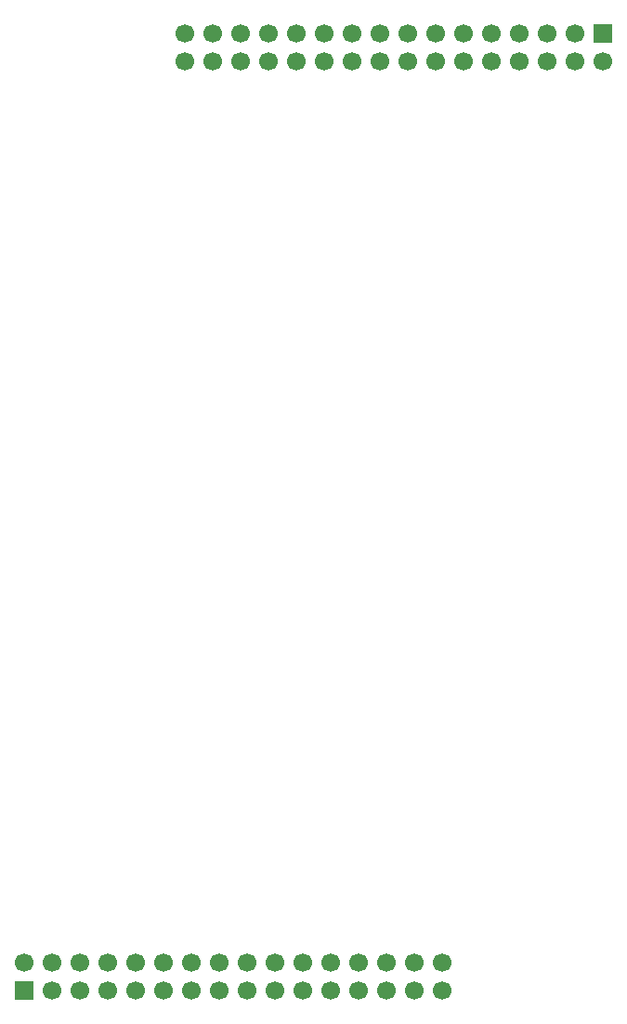
<source format=gbs>
G04 #@! TF.GenerationSoftware,KiCad,Pcbnew,9.0.2*
G04 #@! TF.CreationDate,2025-07-03T22:57:36-04:00*
G04 #@! TF.ProjectId,RamBanks,52616d42-616e-46b7-932e-6b696361645f,A*
G04 #@! TF.SameCoordinates,Original*
G04 #@! TF.FileFunction,Soldermask,Bot*
G04 #@! TF.FilePolarity,Negative*
%FSLAX46Y46*%
G04 Gerber Fmt 4.6, Leading zero omitted, Abs format (unit mm)*
G04 Created by KiCad (PCBNEW 9.0.2) date 2025-07-03 22:57:36*
%MOMM*%
%LPD*%
G01*
G04 APERTURE LIST*
%ADD10R,1.700000X1.700000*%
%ADD11C,1.700000*%
G04 APERTURE END LIST*
D10*
G04 #@! TO.C,J101*
X160134300Y-50304700D03*
D11*
X160134300Y-52844700D03*
X157594300Y-50304700D03*
X157594300Y-52844700D03*
X155054300Y-50304700D03*
X155054300Y-52844700D03*
X152514300Y-50304700D03*
X152514300Y-52844700D03*
X149974300Y-50304700D03*
X149974300Y-52844700D03*
X147434300Y-50304700D03*
X147434300Y-52844700D03*
X144894300Y-50304700D03*
X144894300Y-52844700D03*
X142354300Y-50304700D03*
X142354300Y-52844700D03*
X139814300Y-50304700D03*
X139814300Y-52844700D03*
X137274300Y-50304700D03*
X137274300Y-52844700D03*
X134734300Y-50304700D03*
X134734300Y-52844700D03*
X132194300Y-50304700D03*
X132194300Y-52844700D03*
X129654300Y-50304700D03*
X129654300Y-52844700D03*
X127114300Y-50304700D03*
X127114300Y-52844700D03*
X124574300Y-50304700D03*
X124574300Y-52844700D03*
X122034300Y-50304700D03*
X122034300Y-52844700D03*
G04 #@! TD*
D10*
G04 #@! TO.C,J102*
X107365800Y-137388600D03*
D11*
X107365800Y-134848600D03*
X109905800Y-137388600D03*
X109905800Y-134848600D03*
X112445800Y-137388600D03*
X112445800Y-134848600D03*
X114985800Y-137388600D03*
X114985800Y-134848600D03*
X117525800Y-137388600D03*
X117525800Y-134848600D03*
X120065800Y-137388600D03*
X120065800Y-134848600D03*
X122605800Y-137388600D03*
X122605800Y-134848600D03*
X125145800Y-137388600D03*
X125145800Y-134848600D03*
X127685800Y-137388600D03*
X127685800Y-134848600D03*
X130225800Y-137388600D03*
X130225800Y-134848600D03*
X132765800Y-137388600D03*
X132765800Y-134848600D03*
X135305800Y-137388600D03*
X135305800Y-134848600D03*
X137845800Y-137388600D03*
X137845800Y-134848600D03*
X140385800Y-137388600D03*
X140385800Y-134848600D03*
X142925800Y-137388600D03*
X142925800Y-134848600D03*
X145465800Y-137388600D03*
X145465800Y-134848600D03*
G04 #@! TD*
M02*

</source>
